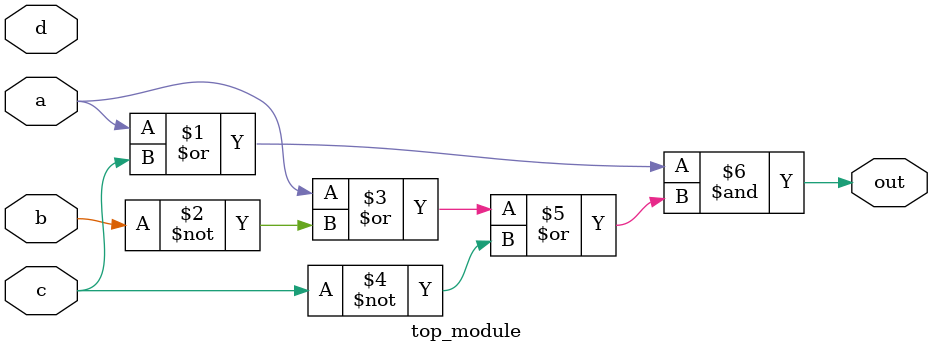
<source format=v>
module top_module(
    input a,
    input b,
    input c,
    input d,
    output out  ); 
    assign out = (a|c) & (a | ~b | ~c);
endmodule
//you focus on zeroes. and a is written as ~a.
</source>
